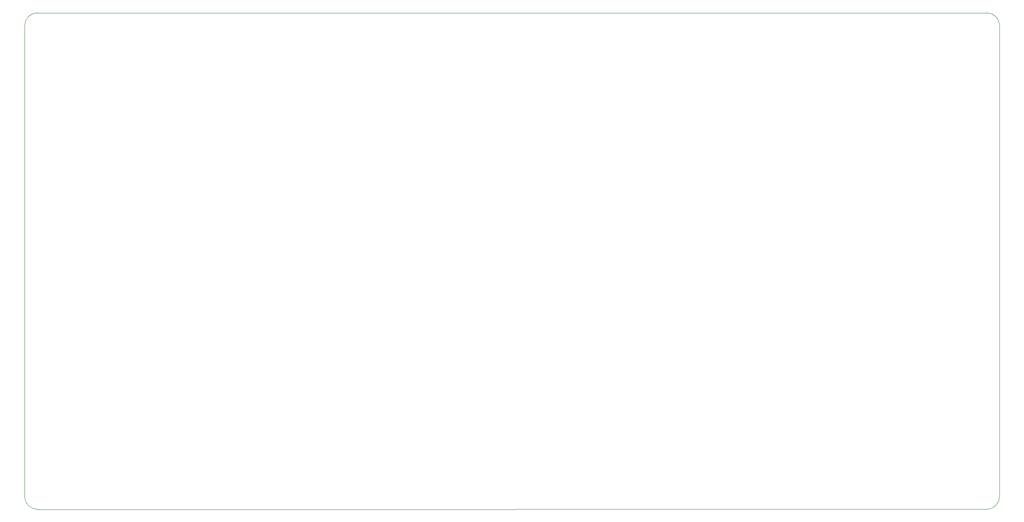
<source format=gbr>
%TF.GenerationSoftware,KiCad,Pcbnew,(6.0.10)*%
%TF.CreationDate,2023-07-26T11:36:41-05:00*%
%TF.ProjectId,Open Apple 1 SBC,4f70656e-2041-4707-906c-652031205342,rev?*%
%TF.SameCoordinates,Original*%
%TF.FileFunction,Profile,NP*%
%FSLAX46Y46*%
G04 Gerber Fmt 4.6, Leading zero omitted, Abs format (unit mm)*
G04 Created by KiCad (PCBNEW (6.0.10)) date 2023-07-26 11:36:41*
%MOMM*%
%LPD*%
G01*
G04 APERTURE LIST*
%TA.AperFunction,Profile*%
%ADD10C,0.100000*%
%TD*%
G04 APERTURE END LIST*
D10*
X49530000Y-36830000D02*
X235980000Y-36830000D01*
X235980000Y-134440000D02*
G75*
G03*
X238520000Y-131900000I0J2540000D01*
G01*
X46990000Y-131908000D02*
X46990000Y-39370000D01*
X238520000Y-39370000D02*
X238520000Y-131900000D01*
X238520000Y-39370000D02*
G75*
G03*
X235980000Y-36830000I-2540000J0D01*
G01*
X235980000Y-134440000D02*
X49530000Y-134448000D01*
X49530000Y-36830000D02*
G75*
G03*
X46990000Y-39370000I0J-2540000D01*
G01*
X46990000Y-131908000D02*
G75*
G03*
X49530000Y-134448000I2540000J0D01*
G01*
M02*

</source>
